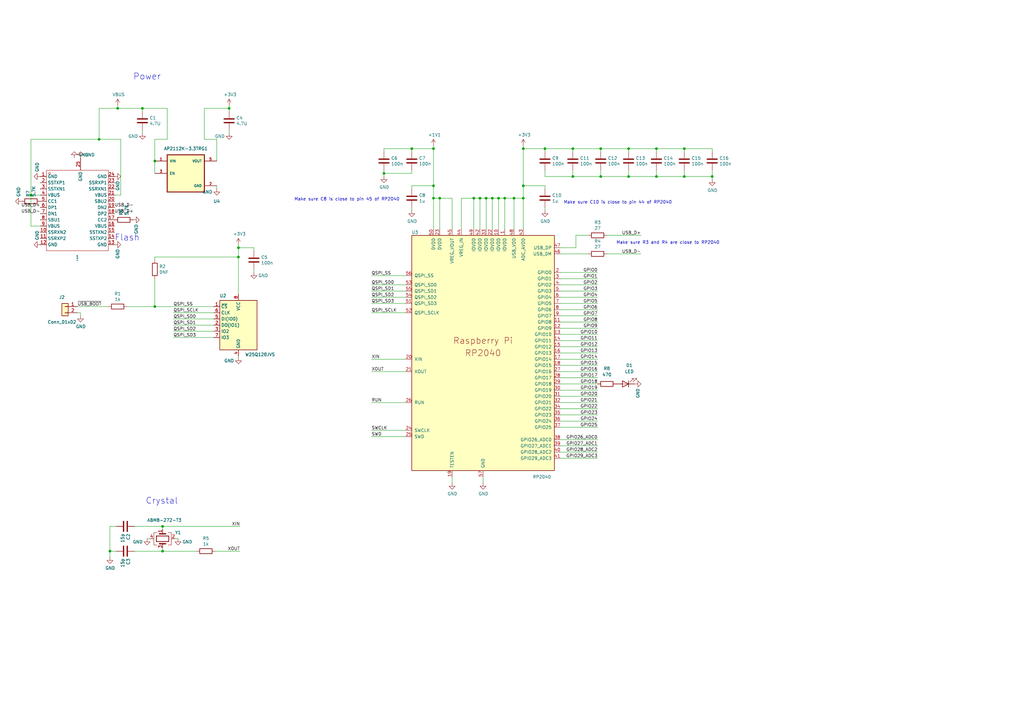
<source format=kicad_sch>
(kicad_sch (version 20250114) (generator "eeschema") (generator_version "9.0")
  (paper "A3")
  (title_block (title "RP2040 Minimal Design Example") (date "2024-01-16") (rev "REV2") (company "Raspberry Pi Ltd"))
  (lib_symbols
    (symbol "AP2112K-3.3TRG1:AP2112K-3.3TRG1" (pin_names (offset 1.016))
      (property "Reference" "U" (at -7.663 8.6476 0))
      (property "Value" "AP2112K-3.3TRG1" (at -7.6489 -11.6507 0))
      (symbol "AP2112K-3.3TRG1_0_0"
        (rectangle (start -7.62 -7.62) (end 7.62 7.62) (stroke (width 0.41)) (fill (type background)))
        (pin power_in line (at -12.7 5.08 0) (length 5.08) (name "VIN") (number "1"))
        (pin input line (at -12.7 0 0) (length 5.08) (name "EN") (number "3"))
        (pin power_in line (at 12.7 5.08 180) (length 5.08) (name "VOUT") (number "5"))
        (pin power_in line (at 12.7 -5.08 180) (length 5.08) (name "GND") (number "2"))
      )
    )
    (symbol "Connector_Generic:Conn_01x02" (pin_names (offset 1.016) (hide yes))
      (property "Reference" "J" (at 0 2.54 0))
      (property "Value" "Conn_01x02" (at 0 -5.08 0))
      (symbol "Conn_01x02_1_1"
        (rectangle (start -1.27 1.27) (end 1.27 -3.81) (stroke (width 0.254)) (fill (type background)))
        (rectangle (start -1.27 0.127) (end 0 -0.127) (stroke (width 0.1524)))
        (rectangle (start -1.27 -2.413) (end 0 -2.667) (stroke (width 0.1524)))
        (pin passive line (at -5.08 0 0) (length 3.81) (name "Pin_1") (number "1"))
        (pin passive line (at -5.08 -2.54 0) (length 3.81) (name "Pin_2") (number "2"))
      )
    )
    (symbol "Device:C" (pin_numbers (hide yes)) (pin_names (offset 0.254))
      (property "Reference" "C" (at 0.635 2.54 0))
      (property "Value" "C" (at 0.635 -2.54 0))
      (symbol "C_0_1"
        (polyline (pts (xy -2.032 0.762) (xy 2.032 0.762)) (stroke (width 0.508)))
        (polyline (pts (xy -2.032 -0.762) (xy 2.032 -0.762)) (stroke (width 0.508)))
      )
      (symbol "C_1_1"
        (pin passive line (at 0 3.81 270) (length 2.794) (name "~") (number "1"))
        (pin passive line (at 0 -3.81 90) (length 2.794) (name "~") (number "2"))
      )
    )
    (symbol "Device:Crystal_GND24" (pin_names (offset 1.016) (hide yes))
      (property "Reference" "Y" (at 3.175 5.08 0))
      (property "Value" "Crystal_GND24" (at 3.175 3.175 0))
      (symbol "Crystal_GND24_0_1"
        (polyline (pts (xy -2.54 2.286) (xy -2.54 3.556) (xy 2.54 3.556) (xy 2.54 2.286)))
        (polyline (pts (xy -2.54 0) (xy -2.032 0)))
        (polyline (pts (xy -2.54 -2.286) (xy -2.54 -3.556) (xy 2.54 -3.556) (xy 2.54 -2.286)))
        (polyline (pts (xy -2.032 -1.27) (xy -2.032 1.27)) (stroke (width 0.508)))
        (rectangle (start -1.143 2.54) (end 1.143 -2.54) (stroke (width 0.3048)))
        (polyline (pts (xy 0 3.556) (xy 0 3.81)))
        (polyline (pts (xy 0 -3.81) (xy 0 -3.556)))
        (polyline (pts (xy 2.032 0) (xy 2.54 0)))
        (polyline (pts (xy 2.032 -1.27) (xy 2.032 1.27)) (stroke (width 0.508)))
      )
      (symbol "Crystal_GND24_1_1"
        (pin passive line (at -3.81 0 0) (length 1.27) (name "1") (number "1"))
        (pin passive line (at 0 5.08 270) (length 1.27) (name "2") (number "2"))
        (pin passive line (at 0 -5.08 90) (length 1.27) (name "4") (number "4"))
        (pin passive line (at 3.81 0 180) (length 1.27) (name "3") (number "3"))
      )
    )
    (symbol "Device:LED" (pin_numbers (hide yes)) (pin_names (offset 1.016) (hide yes))
      (property "Reference" "D" (at 0 2.54 0))
      (property "Value" "LED" (at 0 -2.54 0))
      (symbol "LED_0_1"
        (polyline (pts (xy -3.048 -0.762) (xy -4.572 -2.286) (xy -3.81 -2.286) (xy -4.572 -2.286) (xy -4.572 -1.524)))
        (polyline (pts (xy -1.778 -0.762) (xy -3.302 -2.286) (xy -2.54 -2.286) (xy -3.302 -2.286) (xy -3.302 -1.524)))
        (polyline (pts (xy -1.27 0) (xy 1.27 0)))
        (polyline (pts (xy -1.27 -1.27) (xy -1.27 1.27)) (stroke (width 0.254)))
        (polyline (pts (xy 1.27 -1.27) (xy 1.27 1.27) (xy -1.27 0) (xy 1.27 -1.27)) (stroke (width 0.254)))
      )
      (symbol "LED_1_1"
        (pin passive line (at -3.81 0 0) (length 2.54) (name "K") (number "1"))
        (pin passive line (at 3.81 0 180) (length 2.54) (name "A") (number "2"))
      )
    )
    (symbol "Device:R" (pin_numbers (hide yes)) (pin_names (offset 0))
      (property "Reference" "R" (at 2.032 0 90))
      (property "Value" "R" (at 0 0 90))
      (symbol "R_0_1"
        (rectangle (start -1.016 -2.54) (end 1.016 2.54) (stroke (width 0.254)))
      )
      (symbol "R_1_1"
        (pin passive line (at 0 3.81 270) (length 1.27) (name "~") (number "1"))
        (pin passive line (at 0 -3.81 90) (length 1.27) (name "~") (number "2"))
      )
    )
    (symbol "MCU_RaspberryPi_RP2040:RP2040" (pin_names (offset 1.016))
      (property "Reference" "U" (at -29.21 49.53 0))
      (property "Value" "RP2040" (at 24.13 -49.53 0))
      (symbol "RP2040_0_0"
        (text "Raspberry Pi" (at 0 5.08 0) (effects (font (size 2.54 2.54))))
        (text "RP2040" (at 0 0 0) (effects (font (size 2.54 2.54))))
      )
      (symbol "RP2040_0_1"
        (rectangle (start 29.21 48.26) (end -29.21 -48.26) (stroke (width 0.254)) (fill (type background)))
      )
      (symbol "RP2040_1_1"
        (pin bidirectional line (at -31.75 31.75 0) (length 2.54) (name "QSPI_SS") (number "56"))
        (pin bidirectional line (at -31.75 27.94 0) (length 2.54) (name "QSPI_SD0") (number "53"))
        (pin bidirectional line (at -31.75 25.4 0) (length 2.54) (name "QSPI_SD1") (number "55"))
        (pin bidirectional line (at -31.75 22.86 0) (length 2.54) (name "QSPI_SD2") (number "54"))
        (pin bidirectional line (at -31.75 20.32 0) (length 2.54) (name "QSPI_SD3") (number "51"))
        (pin output line (at -31.75 16.51 0) (length 2.54) (name "QSPI_SCLK") (number "52"))
        (pin input line (at -31.75 -2.54 0) (length 2.54) (name "XIN") (number "20"))
        (pin passive line (at -31.75 -7.62 0) (length 2.54) (name "XOUT") (number "21"))
        (pin input line (at -31.75 -20.32 0) (length 2.54) (name "RUN") (number "26"))
        (pin output line (at -31.75 -31.75 0) (length 2.54) (name "SWCLK") (number "24"))
        (pin bidirectional line (at -31.75 -34.29 0) (length 2.54) (name "SWD") (number "25"))
        (pin power_in line (at -20.32 50.8 270) (length 2.54) (name "DVDD") (number "50"))
        (pin power_in line (at -17.78 50.8 270) (length 2.54) (name "DVDD") (number "23"))
        (pin power_out line (at -12.7 50.8 270) (length 2.54) (name "VREG_VOUT") (number "45"))
        (pin passive line (at -12.7 -50.8 90) (length 2.54) (name "TESTEN") (number "19"))
        (pin power_in line (at -8.89 50.8 270) (length 2.54) (name "VREG_IN") (number "44"))
        (pin power_in line (at -3.81 50.8 270) (length 2.54) (name "IOVDD") (number "49"))
        (pin power_in line (at -1.27 50.8 270) (length 2.54) (name "IOVDD") (number "42"))
        (pin power_in line (at 0 -50.8 90) (length 2.54) (name "GND") (number "57"))
        (pin power_in line (at 1.27 50.8 270) (length 2.54) (name "IOVDD") (number "33"))
        (pin power_in line (at 3.81 50.8 270) (length 2.54) (name "IOVDD") (number "22"))
        (pin power_in line (at 6.35 50.8 270) (length 2.54) (name "IOVDD") (number "10"))
        (pin power_in line (at 8.89 50.8 270) (length 2.54) (name "IOVDD") (number "1"))
        (pin power_in line (at 12.7 50.8 270) (length 2.54) (name "USB_VDD") (number "48"))
        (pin power_in line (at 16.51 50.8 270) (length 2.54) (name "ADC_AVDD") (number "43"))
        (pin bidirectional line (at 31.75 43.18 180) (length 2.54) (name "USB_DP") (number "47"))
        (pin bidirectional line (at 31.75 40.64 180) (length 2.54) (name "USB_DM") (number "46"))
        (pin bidirectional line (at 31.75 33.02 180) (length 2.54) (name "GPIO0") (number "2"))
        (pin bidirectional line (at 31.75 30.48 180) (length 2.54) (name "GPIO1") (number "3"))
        (pin bidirectional line (at 31.75 27.94 180) (length 2.54) (name "GPIO2") (number "4"))
        (pin bidirectional line (at 31.75 25.4 180) (length 2.54) (name "GPIO3") (number "5"))
        (pin bidirectional line (at 31.75 22.86 180) (length 2.54) (name "GPIO4") (number "6"))
        (pin bidirectional line (at 31.75 20.32 180) (length 2.54) (name "GPIO5") (number "7"))
        (pin bidirectional line (at 31.75 17.78 180) (length 2.54) (name "GPIO6") (number "8"))
        (pin bidirectional line (at 31.75 15.24 180) (length 2.54) (name "GPIO7") (number "9"))
        (pin bidirectional line (at 31.75 12.7 180) (length 2.54) (name "GPIO8") (number "11"))
        (pin bidirectional line (at 31.75 10.16 180) (length 2.54) (name "GPIO9") (number "12"))
        (pin bidirectional line (at 31.75 7.62 180) (length 2.54) (name "GPIO10") (number "13"))
        (pin bidirectional line (at 31.75 5.08 180) (length 2.54) (name "GPIO11") (number "14"))
        (pin bidirectional line (at 31.75 2.54 180) (length 2.54) (name "GPIO12") (number "15"))
        (pin bidirectional line (at 31.75 0 180) (length 2.54) (name "GPIO13") (number "16"))
        (pin bidirectional line (at 31.75 -2.54 180) (length 2.54) (name "GPIO14") (number "17"))
        (pin bidirectional line (at 31.75 -5.08 180) (length 2.54) (name "GPIO15") (number "18"))
        (pin bidirectional line (at 31.75 -7.62 180) (length 2.54) (name "GPIO16") (number "27"))
        (pin bidirectional line (at 31.75 -10.16 180) (length 2.54) (name "GPIO17") (number "28"))
        (pin bidirectional line (at 31.75 -12.7 180) (length 2.54) (name "GPIO18") (number "29"))
        (pin bidirectional line (at 31.75 -15.24 180) (length 2.54) (name "GPIO19") (number "30"))
        (pin bidirectional line (at 31.75 -17.78 180) (length 2.54) (name "GPIO20") (number "31"))
        (pin bidirectional line (at 31.75 -20.32 180) (length 2.54) (name "GPIO21") (number "32"))
        (pin bidirectional line (at 31.75 -22.86 180) (length 2.54) (name "GPIO22") (number "34"))
        (pin bidirectional line (at 31.75 -25.4 180) (length 2.54) (name "GPIO23") (number "35"))
        (pin bidirectional line (at 31.75 -27.94 180) (length 2.54) (name "GPIO24") (number "36"))
        (pin bidirectional line (at 31.75 -30.48 180) (length 2.54) (name "GPIO25") (number "37"))
        (pin bidirectional line (at 31.75 -35.56 180) (length 2.54) (name "GPIO26_ADC0") (number "38"))
        (pin bidirectional line (at 31.75 -38.1 180) (length 2.54) (name "GPIO27_ADC1") (number "39"))
        (pin bidirectional line (at 31.75 -40.64 180) (length 2.54) (name "GPIO28_ADC2") (number "40"))
        (pin bidirectional line (at 31.75 -43.18 180) (length 2.54) (name "GPIO29_ADC3") (number "41"))
      )
    )
    (symbol "Memory_Flash:W25Q128JVS"
      (property "Reference" "U" (at -8.89 8.89 0))
      (property "Value" "W25Q128JVS" (at 7.62 8.89 0))
      (symbol "W25Q128JVS_0_1"
        (rectangle (start -7.62 10.16) (end 7.62 -10.16) (stroke (width 0.254)) (fill (type background)))
      )
      (symbol "W25Q128JVS_1_1"
        (pin input line (at -10.16 7.62 0) (length 2.54) (name "~{CS}") (number "1"))
        (pin input line (at -10.16 5.08 0) (length 2.54) (name "CLK") (number "6"))
        (pin bidirectional line (at -10.16 2.54 0) (length 2.54) (name "DI(IO0)") (number "5"))
        (pin bidirectional line (at -10.16 0 0) (length 2.54) (name "DO(IO1)") (number "2"))
        (pin bidirectional line (at -10.16 -2.54 0) (length 2.54) (name "IO2") (number "3"))
        (pin bidirectional line (at -10.16 -5.08 0) (length 2.54) (name "IO3") (number "7"))
        (pin power_in line (at 0 12.7 270) (length 2.54) (name "VCC") (number "8"))
        (pin power_in line (at 0 -12.7 90) (length 2.54) (name "GND") (number "4"))
      )
    )
    (symbol "USB-C:root_0_TYPE-C-31-G-08_"
      (symbol "root_0_TYPE-C-31-G-08__1_0"
        (rectangle (start -13.97 12.7) (end 11.43 -20.32) (stroke (width 0) (color 160 0 0 1)))
        (circle (center -12.7 11.43) (radius 0.381) (stroke (width 0) (color 160 0 0 1)))
        (pin passive line (at -16.51 10.16 0) (length 2.54) (name "GND") (number "1"))
        (pin passive line (at -16.51 7.62 0) (length 2.54) (name "SSTXP1") (number "2"))
        (pin passive line (at -16.51 5.08 0) (length 2.54) (name "SSTXN1") (number "3"))
        (pin passive line (at -16.51 2.54 0) (length 2.54) (name "VBUS") (number "4"))
        (pin passive line (at -16.51 0 0) (length 2.54) (name "CC1") (number "5"))
        (pin passive line (at -16.51 -2.54 0) (length 2.54) (name "DP1") (number "6"))
        (pin passive line (at -16.51 -5.08 0) (length 2.54) (name "DN1") (number "7"))
        (pin passive line (at -16.51 -7.62 0) (length 2.54) (name "SBU1") (number "8"))
        (pin passive line (at -16.51 -10.16 0) (length 2.54) (name "VBUS") (number "9"))
        (pin passive line (at -16.51 -12.7 0) (length 2.54) (name "SSRXN2") (number "10"))
        (pin passive line (at -16.51 -15.24 0) (length 2.54) (name "SSRXP2") (number "11"))
        (pin passive line (at -16.51 -17.78 0) (length 2.54) (name "GND") (number "12"))
        (pin passive line (at 0 17.78 270) (length 5.08) (name "GND") (number "25"))
        (pin passive line (at 13.97 10.16 180) (length 2.54) (name "GND") (number "24"))
        (pin passive line (at 13.97 7.62 180) (length 2.54) (name "SSRXP1") (number "23"))
        (pin passive line (at 13.97 5.08 180) (length 2.54) (name "SSRXN1") (number "22"))
        (pin passive line (at 13.97 2.54 180) (length 2.54) (name "VBUS") (number "21"))
        (pin passive line (at 13.97 0 180) (length 2.54) (name "SBU2") (number "20"))
        (pin passive line (at 13.97 -2.54 180) (length 2.54) (name "DN2") (number "19"))
        (pin passive line (at 13.97 -5.08 180) (length 2.54) (name "DP2") (number "18"))
        (pin passive line (at 13.97 -7.62 180) (length 2.54) (name "CC2") (number "17"))
        (pin passive line (at 13.97 -10.16 180) (length 2.54) (name "VBUS") (number "16"))
        (pin passive line (at 13.97 -12.7 180) (length 2.54) (name "SSTXN2") (number "15"))
        (pin passive line (at 13.97 -15.24 180) (length 2.54) (name "SSTXP2") (number "14"))
        (pin passive line (at 13.97 -17.78 180) (length 2.54) (name "GND") (number "13"))
      )
    )
    (symbol "power:+1V1" (power) (pin_names (offset 0))
      (property "Value" "+1V1" (at 0 3.556 0))
      (symbol "+1V1_0_1"
        (polyline (pts (xy -0.762 1.27) (xy 0 2.54)))
        (polyline (pts (xy 0 2.54) (xy 0.762 1.27)))
        (polyline (pts (xy 0 0) (xy 0 2.54)))
      )
      (symbol "+1V1_1_1"
        (pin power_in line (at 0 0 90) (length 0) (hide yes) (name "+1V1") (number "1"))
      )
    )
    (symbol "power:+3V3" (power) (pin_names (offset 0))
      (property "Value" "+3V3" (at 0 3.556 0))
      (symbol "+3V3_0_1"
        (polyline (pts (xy -0.762 1.27) (xy 0 2.54)))
        (polyline (pts (xy 0 2.54) (xy 0.762 1.27)))
        (polyline (pts (xy 0 0) (xy 0 2.54)))
      )
      (symbol "+3V3_1_1"
        (pin power_in line (at 0 0 90) (length 0) (hide yes) (name "+3V3") (number "1"))
      )
    )
    (symbol "power:GND" (power) (pin_names (offset 0))
      (property "Value" "GND" (at 0 -3.81 0))
      (symbol "GND_0_1"
        (polyline (pts (xy 0 0) (xy 0 -1.27) (xy 1.27 -1.27) (xy 0 -2.54) (xy -1.27 -1.27) (xy 0 -1.27)))
      )
      (symbol "GND_1_1"
        (pin power_in line (at 0 0 270) (length 0) (hide yes) (name "GND") (number "1"))
      )
    )
    (symbol "power:VBUS" (power) (pin_names (offset 0))
      (property "Value" "VBUS" (at 0 3.81 0))
      (symbol "VBUS_0_1"
        (polyline (pts (xy -0.762 1.27) (xy 0 2.54)))
        (polyline (pts (xy 0 2.54) (xy 0.762 1.27)))
        (polyline (pts (xy 0 0) (xy 0 2.54)))
      )
      (symbol "VBUS_1_1"
        (pin power_in line (at 0 0 90) (length 0) (hide yes) (name "VBUS") (number "1"))
      )
    )
  )
  (text "Power" (at 54.61 33.02 0) (effects (font (size 2.54 2.54)) (justify left bottom)))
  (text "Crystal" (at 59.69 207.01 0) (effects (font (size 2.54 2.54)) (justify left bottom)))
  (text "Make sure C8 is close to pin 45 of RP2040" (at 120.65 82.55 0) (effects (font (size 1.27 1.27)) (justify left bottom)))
  (text "Make sure C10 is close to pin 44 of RP2040" (at 231.14 83.82 0) (effects (font (size 1.27 1.27)) (justify left bottom)))
  (text "Make sure R3 and R4 are close to RP2040" (at 252.73 100.33 0) (effects (font (size 1.27 1.27)) (justify left bottom)))
  (text "Flash" (at 46.99 99.06 0) (effects (font (size 2.54 2.54)) (justify left bottom)))
  (junction (at 201.93 81.28))
  (junction (at 199.39 81.28))
  (junction (at 97.79 105.41))
  (junction (at 63.5 66.04))
  (junction (at 177.8 76.2))
  (junction (at 214.63 76.2))
  (junction (at 168.91 60.96))
  (junction (at 12.7 80.01))
  (junction (at 45.085 226.06))
  (junction (at 223.52 60.96))
  (junction (at 246.38 72.39))
  (junction (at 257.81 60.96))
  (junction (at 66.675 215.9))
  (junction (at 246.38 60.96))
  (junction (at 177.8 81.28))
  (junction (at 180.34 81.28))
  (junction (at 204.47 81.28))
  (junction (at 157.48 71.12))
  (junction (at 93.98 44.45))
  (junction (at 280.67 60.96))
  (junction (at 292.1 72.39))
  (junction (at 66.675 226.06))
  (junction (at 48.26 44.45))
  (junction (at 257.81 72.39))
  (junction (at 97.79 101.6))
  (junction (at 177.8 60.96))
  (junction (at 234.95 72.39))
  (junction (at 269.24 72.39))
  (junction (at 58.42 44.45))
  (junction (at 207.01 81.28))
  (junction (at 214.63 81.28))
  (junction (at 63.5 125.73))
  (junction (at 196.85 81.28))
  (junction (at 214.63 60.96))
  (junction (at 40.64 57.15))
  (junction (at 194.31 81.28))
  (junction (at 269.24 60.96))
  (junction (at 280.67 72.39))
  (junction (at 210.82 81.28))
  (junction (at 234.95 60.96))
  (wire (pts (xy 177.8 81.28) (xy 177.8 93.98)))
  (wire (pts (xy 229.87 137.16) (xy 245.11 137.16)))
  (wire (pts (xy 157.48 71.12) (xy 168.91 71.12)))
  (wire (pts (xy 236.22 96.52) (xy 236.22 101.6)))
  (wire (pts (xy 48.26 44.45) (xy 58.42 44.45)))
  (wire (pts (xy 246.38 60.96) (xy 257.81 60.96)))
  (wire (pts (xy 207.01 81.28) (xy 210.82 81.28)))
  (wire (pts (xy 87.63 138.43) (xy 71.12 138.43)))
  (wire (pts (xy 246.38 62.23) (xy 246.38 60.96)))
  (wire (pts (xy 177.8 59.69) (xy 177.8 60.96)))
  (wire (pts (xy 229.87 149.86) (xy 245.11 149.86)))
  (wire (pts (xy 97.79 101.6) (xy 97.79 105.41)))
  (wire (pts (xy 58.42 53.34) (xy 58.42 54.61)))
  (wire (pts (xy 229.87 175.26) (xy 245.11 175.26)))
  (wire (pts (xy 194.31 81.28) (xy 196.85 81.28)))
  (wire (pts (xy 229.87 170.18) (xy 245.11 170.18)))
  (wire (pts (xy 48.26 43.18) (xy 48.26 44.45)))
  (wire (pts (xy 229.87 104.14) (xy 241.3 104.14)))
  (wire (pts (xy 49.53 57.15) (xy 49.53 80.01)))
  (wire (pts (xy 229.87 111.76) (xy 245.11 111.76)))
  (wire (pts (xy 71.12 128.27) (xy 87.63 128.27)))
  (wire (pts (xy 83.82 57.15) (xy 88.9 57.15)))
  (wire (pts (xy 97.79 100.33) (xy 97.79 101.6)))
  (wire (pts (xy 248.92 96.52) (xy 262.89 96.52)))
  (wire (pts (xy 185.42 93.98) (xy 185.42 81.28)))
  (wire (pts (xy 246.38 69.85) (xy 246.38 72.39)))
  (wire (pts (xy 229.87 116.84) (xy 245.11 116.84)))
  (wire (pts (xy 58.42 45.72) (xy 58.42 44.45)))
  (wire (pts (xy 177.8 76.2) (xy 177.8 81.28)))
  (wire (pts (xy 60.325 220.98) (xy 61.595 220.98)))
  (wire (pts (xy 189.23 81.28) (xy 194.31 81.28)))
  (wire (pts (xy 157.48 60.96) (xy 168.91 60.96)))
  (wire (pts (xy 229.87 185.42) (xy 245.11 185.42)))
  (wire (pts (xy 63.5 114.3) (xy 63.5 125.73)))
  (wire (pts (xy 40.64 44.45) (xy 40.64 57.15)))
  (wire (pts (xy 157.48 69.85) (xy 157.48 71.12)))
  (wire (pts (xy 71.755 220.98) (xy 73.025 220.98)))
  (wire (pts (xy 152.4 124.46) (xy 166.37 124.46)))
  (wire (pts (xy 55.245 215.9) (xy 66.675 215.9)))
  (wire (pts (xy 12.7 80.01) (xy 12.7 92.71)))
  (wire (pts (xy 68.58 57.15) (xy 63.5 57.15)))
  (wire (pts (xy 93.98 45.72) (xy 93.98 44.45)))
  (wire (pts (xy 214.63 81.28) (xy 214.63 93.98)))
  (wire (pts (xy 168.91 60.96) (xy 177.8 60.96)))
  (wire (pts (xy 44.45 125.73) (xy 31.75 125.73)))
  (wire (pts (xy 214.63 76.2) (xy 223.52 76.2)))
  (wire (pts (xy 97.79 146.685) (xy 97.79 146.05)))
  (wire (pts (xy 199.39 93.98) (xy 199.39 81.28)))
  (wire (pts (xy 177.8 60.96) (xy 177.8 76.2)))
  (wire (pts (xy 210.82 81.28) (xy 214.63 81.28)))
  (wire (pts (xy 152.4 119.38) (xy 166.37 119.38)))
  (wire (pts (xy 166.37 165.1) (xy 152.4 165.1)))
  (wire (pts (xy 269.24 62.23) (xy 269.24 60.96)))
  (wire (pts (xy 196.85 81.28) (xy 199.39 81.28)))
  (wire (pts (xy 87.63 133.35) (xy 71.12 133.35)))
  (wire (pts (xy 12.7 92.71) (xy 16.51 92.71)))
  (wire (pts (xy 223.52 62.23) (xy 223.52 60.96)))
  (wire (pts (xy 214.63 60.96) (xy 223.52 60.96)))
  (wire (pts (xy 104.14 101.6) (xy 97.79 101.6)))
  (wire (pts (xy 207.01 81.28) (xy 207.01 93.98)))
  (wire (pts (xy 196.85 93.98) (xy 196.85 81.28)))
  (wire (pts (xy 66.675 224.79) (xy 66.675 226.06)))
  (wire (pts (xy 45.085 226.06) (xy 45.085 228.6)))
  (wire (pts (xy 229.87 101.6) (xy 236.22 101.6)))
  (wire (pts (xy 214.63 60.96) (xy 214.63 76.2)))
  (wire (pts (xy 88.9 76.2) (xy 88.9 77.47)))
  (wire (pts (xy 166.37 152.4) (xy 152.4 152.4)))
  (wire (pts (xy 166.37 113.03) (xy 152.4 113.03)))
  (wire (pts (xy 269.24 60.96) (xy 280.67 60.96)))
  (wire (pts (xy 292.1 69.85) (xy 292.1 72.39)))
  (wire (pts (xy 40.64 57.15) (xy 12.7 57.15)))
  (wire (pts (xy 88.265 226.06) (xy 98.425 226.06)))
  (wire (pts (xy 83.82 44.45) (xy 93.98 44.45)))
  (wire (pts (xy 229.87 147.32) (xy 245.11 147.32)))
  (wire (pts (xy 229.87 127) (xy 245.11 127)))
  (wire (pts (xy 168.91 71.12) (xy 168.91 69.85)))
  (wire (pts (xy 234.95 62.23) (xy 234.95 60.96)))
  (wire (pts (xy 234.95 72.39) (xy 223.52 72.39)))
  (wire (pts (xy 229.87 180.34) (xy 245.11 180.34)))
  (wire (pts (xy 214.63 76.2) (xy 214.63 81.28)))
  (wire (pts (xy 214.63 59.69) (xy 214.63 60.96)))
  (wire (pts (xy 229.87 129.54) (xy 245.11 129.54)))
  (wire (pts (xy 168.91 77.47) (xy 168.91 76.2)))
  (wire (pts (xy 87.63 135.89) (xy 71.12 135.89)))
  (wire (pts (xy 31.75 128.27) (xy 33.02 128.27)))
  (wire (pts (xy 234.95 60.96) (xy 246.38 60.96)))
  (wire (pts (xy 52.07 125.73) (xy 63.5 125.73)))
  (wire (pts (xy 229.87 187.96) (xy 245.11 187.96)))
  (wire (pts (xy 63.5 66.04) (xy 63.5 71.12)))
  (wire (pts (xy 234.95 69.85) (xy 234.95 72.39)))
  (wire (pts (xy 180.34 93.98) (xy 180.34 81.28)))
  (wire (pts (xy 12.7 80.01) (xy 16.51 80.01)))
  (wire (pts (xy 280.67 72.39) (xy 292.1 72.39)))
  (wire (pts (xy 68.58 44.45) (xy 58.42 44.45)))
  (wire (pts (xy 269.24 69.85) (xy 269.24 72.39)))
  (wire (pts (xy 223.52 60.96) (xy 234.95 60.96)))
  (wire (pts (xy 223.52 85.09) (xy 223.52 86.36)))
  (wire (pts (xy 229.87 132.08) (xy 245.11 132.08)))
  (wire (pts (xy 204.47 93.98) (xy 204.47 81.28)))
  (wire (pts (xy 55.245 226.06) (xy 66.675 226.06)))
  (wire (pts (xy 47.625 226.06) (xy 45.085 226.06)))
  (wire (pts (xy 66.675 226.06) (xy 80.645 226.06)))
  (wire (pts (xy 63.5 57.15) (xy 63.5 66.04)))
  (wire (pts (xy 229.87 119.38) (xy 245.11 119.38)))
  (wire (pts (xy 292.1 62.23) (xy 292.1 60.96)))
  (wire (pts (xy 166.37 179.07) (xy 152.4 179.07)))
  (wire (pts (xy 199.39 81.28) (xy 201.93 81.28)))
  (wire (pts (xy 292.1 72.39) (xy 292.1 73.66)))
  (wire (pts (xy 229.87 157.48) (xy 245.11 157.48)))
  (wire (pts (xy 166.37 128.27) (xy 152.4 128.27)))
  (wire (pts (xy 198.12 195.58) (xy 198.12 198.12)))
  (wire (pts (xy 12.7 57.15) (xy 12.7 80.01)))
  (wire (pts (xy 168.91 76.2) (xy 177.8 76.2)))
  (wire (pts (xy 229.87 154.94) (xy 245.11 154.94)))
  (wire (pts (xy 87.63 130.81) (xy 71.12 130.81)))
  (wire (pts (xy 246.38 72.39) (xy 234.95 72.39)))
  (wire (pts (xy 223.52 69.85) (xy 223.52 72.39)))
  (wire (pts (xy 185.42 195.58) (xy 185.42 198.12)))
  (wire (pts (xy 229.87 160.02) (xy 245.11 160.02)))
  (wire (pts (xy 40.64 57.15) (xy 49.53 57.15)))
  (wire (pts (xy 47.625 215.9) (xy 45.085 215.9)))
  (wire (pts (xy 229.87 139.7) (xy 245.11 139.7)))
  (wire (pts (xy 229.87 165.1) (xy 245.11 165.1)))
  (wire (pts (xy 180.34 81.28) (xy 177.8 81.28)))
  (wire (pts (xy 248.92 104.14) (xy 262.89 104.14)))
  (wire (pts (xy 229.87 144.78) (xy 245.11 144.78)))
  (wire (pts (xy 280.67 72.39) (xy 269.24 72.39)))
  (wire (pts (xy 45.085 215.9) (xy 45.085 226.06)))
  (wire (pts (xy 66.675 217.17) (xy 66.675 215.9)))
  (wire (pts (xy 152.4 116.84) (xy 166.37 116.84)))
  (wire (pts (xy 201.93 81.28) (xy 204.47 81.28)))
  (wire (pts (xy 229.87 134.62) (xy 245.11 134.62)))
  (wire (pts (xy 229.87 152.4) (xy 245.11 152.4)))
  (wire (pts (xy 157.48 62.23) (xy 157.48 60.96)))
  (wire (pts (xy 236.22 96.52) (xy 241.3 96.52)))
  (wire (pts (xy 104.14 110.49) (xy 104.14 111.76)))
  (wire (pts (xy 157.48 71.12) (xy 157.48 72.39)))
  (wire (pts (xy 280.67 69.85) (xy 280.67 72.39)))
  (wire (pts (xy 152.4 147.32) (xy 166.37 147.32)))
  (wire (pts (xy 229.87 142.24) (xy 245.11 142.24)))
  (wire (pts (xy 257.81 60.96) (xy 269.24 60.96)))
  (wire (pts (xy 223.52 77.47) (xy 223.52 76.2)))
  (wire (pts (xy 152.4 121.92) (xy 166.37 121.92)))
  (wire (pts (xy 68.58 44.45) (xy 68.58 57.15)))
  (wire (pts (xy 229.87 124.46) (xy 245.11 124.46)))
  (wire (pts (xy 229.87 167.64) (xy 245.11 167.64)))
  (wire (pts (xy 229.87 114.3) (xy 245.11 114.3)))
  (wire (pts (xy 257.81 72.39) (xy 246.38 72.39)))
  (wire (pts (xy 104.14 102.87) (xy 104.14 101.6)))
  (wire (pts (xy 269.24 72.39) (xy 257.81 72.39)))
  (wire (pts (xy 88.9 57.15) (xy 88.9 66.04)))
  (wire (pts (xy 204.47 81.28) (xy 207.01 81.28)))
  (wire (pts (xy 63.5 125.73) (xy 87.63 125.73)))
  (wire (pts (xy 194.31 93.98) (xy 194.31 81.28)))
  (wire (pts (xy 40.64 44.45) (xy 48.26 44.45)))
  (wire (pts (xy 83.82 44.45) (xy 83.82 57.15)))
  (wire (pts (xy 201.93 93.98) (xy 201.93 81.28)))
  (wire (pts (xy 168.91 62.23) (xy 168.91 60.96)))
  (wire (pts (xy 185.42 81.28) (xy 180.34 81.28)))
  (wire (pts (xy 280.67 60.96) (xy 292.1 60.96)))
  (wire (pts (xy 280.67 62.23) (xy 280.67 60.96)))
  (wire (pts (xy 257.81 69.85) (xy 257.81 72.39)))
  (wire (pts (xy 229.87 162.56) (xy 245.11 162.56)))
  (wire (pts (xy 229.87 172.72) (xy 245.11 172.72)))
  (wire (pts (xy 210.82 93.98) (xy 210.82 81.28)))
  (wire (pts (xy 49.53 80.01) (xy 46.99 80.01)))
  (wire (pts (xy 257.81 62.23) (xy 257.81 60.96)))
  (wire (pts (xy 166.37 176.53) (xy 152.4 176.53)))
  (wire (pts (xy 189.23 93.98) (xy 189.23 81.28)))
  (wire (pts (xy 168.91 85.09) (xy 168.91 86.36)))
  (wire (pts (xy 93.98 53.34) (xy 93.98 54.61)))
  (wire (pts (xy 63.5 106.68) (xy 63.5 105.41)))
  (wire (pts (xy 63.5 105.41) (xy 97.79 105.41)))
  (wire (pts (xy 93.98 44.45) (xy 93.98 43.18)))
  (wire (pts (xy 229.87 182.88) (xy 245.11 182.88)))
  (wire (pts (xy 229.87 121.92) (xy 245.11 121.92)))
  (wire (pts (xy 33.02 128.27) (xy 33.02 129.54)))
  (wire (pts (xy 97.79 105.41) (xy 97.79 120.65)))
  (wire (pts (xy 66.675 215.9) (xy 98.425 215.9)))
  (label "XOUT" (at 98.425 226.06 180))
  (label "USB_D-" (at 46.99 85.09 0))
  (label "QSPI_SS" (at 71.12 125.73 0))
  (label "QSPI_SD3" (at 71.12 138.43 0))
  (label "QSPI_SD2" (at 152.4 121.92 0))
  (label "USB_D-" (at 262.89 104.14 180))
  (label "GPIO4" (at 245.11 121.92 180))
  (label "USB_D+" (at 46.99 87.63 0))
  (label "RUN" (at 152.4 165.1 0))
  (label "XOUT" (at 152.4 152.4 0))
  (label "GPIO29_ADC3" (at 245.11 187.96 180))
  (label "QSPI_SD1" (at 152.4 119.38 0))
  (label "GPIO13" (at 245.11 144.78 180))
  (label "USB_D+" (at 16.51 85.09 180))
  (label "GPIO6" (at 245.11 127 180))
  (label "USB_D+" (at 262.89 96.52 180))
  (label "SWD" (at 152.4 179.07 0))
  (label "GPIO20" (at 245.11 162.56 180))
  (label "QSPI_SD1" (at 71.12 133.35 0))
  (label "QSPI_SD3" (at 152.4 124.46 0))
  (label "GPIO18" (at 245.11 157.48 180))
  (label "GPIO25" (at 245.11 175.26 180))
  (label "GPIO0" (at 245.11 111.76 180))
  (label "USB_D-" (at 16.51 87.63 180))
  (label "GPIO21" (at 245.11 165.1 180))
  (label "GPIO11" (at 245.11 139.7 180))
  (label "GPIO27_ADC1" (at 245.11 182.88 180))
  (label "GPIO1" (at 245.11 114.3 180))
  (label "XIN" (at 98.425 215.9 180))
  (label "GPIO14" (at 245.11 147.32 180))
  (label "GPIO3" (at 245.11 119.38 180))
  (label "GPIO10" (at 245.11 137.16 180))
  (label "GPIO23" (at 245.11 170.18 180))
  (label "SWCLK" (at 152.4 176.53 0))
  (label "QSPI_SCLK" (at 152.4 128.27 0))
  (label "QSPI_SD0" (at 152.4 116.84 0))
  (label "GPIO17" (at 245.11 154.94 180))
  (label "GPIO2" (at 245.11 116.84 180))
  (label "GPIO9" (at 245.11 134.62 180))
  (label "GPIO15" (at 245.11 149.86 180))
  (label "GPIO12" (at 245.11 142.24 180))
  (label "GPIO24" (at 245.11 172.72 180))
  (label "GPIO5" (at 245.11 124.46 180))
  (label "GPIO22" (at 245.11 167.64 180))
  (label "GPIO19" (at 245.11 160.02 180))
  (label "QSPI_SS" (at 152.4 113.03 0))
  (label "QSPI_SD2" (at 71.12 135.89 0))
  (label "QSPI_SD0" (at 71.12 130.81 0))
  (label "QSPI_SCLK" (at 71.12 128.27 0))
  (label "~{USB_BOOT}" (at 31.75 125.73 0))
  (label "GPIO26_ADC0" (at 245.11 180.34 180))
  (label "GPIO28_ADC2" (at 245.11 185.42 180))
  (label "GPIO16" (at 245.11 152.4 180))
  (label "GPIO8" (at 245.11 132.08 180))
  (label "XIN" (at 152.4 147.32 0))
  (label "GPIO7" (at 245.11 129.54 180))
  (symbol (lib_id "MCU_RaspberryPi_RP2040:RP2040") (at 198.12 144.78 0) (unit 1)
    (property "Reference" "U3" (at 170.18 95.25 0))
    (property "Value" "RP2040" (at 222.25 195.58 0))
    (property "Footprint" "RP2040_minimal:RP2040-QFN-56" (effects (hide yes)))
  )
  (symbol (lib_id "Memory_Flash:W25Q128JVS") (at 97.79 133.35 0) (unit 1)
    (property "Reference" "U2" (at 91.44 121.285 0))
    (property "Value" "W25Q128JVS" (at 106.68 145.415 0))
    (property "Footprint" "Package_SON:Winbond_USON-8-1EP_3x2mm_P0.5mm_EP0.2x1.6mm" (effects (hide yes)))
    (property "Datasheet" "http://www.winbond.com/resource-files/w25q128jv_dtr%20revc%2003272018%20plus.pdf" (effects (hide yes)))
  )
  (symbol (lib_id "power:+3V3") (at 97.79 100.33 0) (unit 1)
    (property "Reference" "#PWR07" (effects (hide yes)))
    (property "Value" "+3V3" (at 98.171 95.9358 0))
  )
  (symbol (lib_id "power:GND") (at 97.79 146.685 0) (unit 1)
    (property "Reference" "#PWR08" (effects (hide yes)))
    (property "Value" "GND" (at 93.98 147.955 0))
  )
  (symbol (lib_id "Device:R") (at 63.5 110.49 0) (unit 1)
    (property "Reference" "R2" (at 65.278 109.3216 0) (effects (justify left)))
    (property "Value" "DNF" (at 65.278 111.633 0) (effects (justify left)))
    (property "Footprint" "Resistor_SMD:R_0402_1005Metric" (effects (hide yes)))
  )
  (symbol (lib_id "Device:R") (at 48.26 125.73 270) (unit 1)
    (property "Reference" "R1" (at 48.26 120.4722 90))
    (property "Value" "1k" (at 48.26 122.7836 90))
    (property "Footprint" "Resistor_SMD:R_0402_1005Metric" (effects (hide yes)))
  )
  (symbol (lib_id "Device:C") (at 104.14 106.68 0) (unit 1)
    (property "Reference" "C5" (at 107.061 105.5116 0) (effects (justify left)))
    (property "Value" "100n" (at 107.061 107.823 0) (effects (justify left)))
    (property "Footprint" "Capacitor_SMD:C_0402_1005Metric" (effects (hide yes)))
  )
  (symbol (lib_id "power:GND") (at 104.14 111.76 0) (unit 1)
    (property "Reference" "#PWR011" (effects (hide yes)))
    (property "Value" "GND" (at 107.95 113.03 0))
  )
  (symbol (lib_id "power:GND") (at 198.12 198.12 0) (unit 1)
    (property "Reference" "#PWR016" (effects (hide yes)))
    (property "Value" "GND" (at 198.247 202.5142 0))
  )
  (symbol (lib_id "power:GND") (at 185.42 198.12 0) (unit 1)
    (property "Reference" "#PWR015" (effects (hide yes)))
    (property "Value" "GND" (at 185.547 202.5142 0))
  )
  (symbol (lib_id "Device:R") (at 245.11 96.52 270) (unit 1)
    (property "Reference" "R3" (at 245.11 91.2622 90))
    (property "Value" "27" (at 245.11 93.5736 90))
    (property "Footprint" "Resistor_SMD:R_0402_1005Metric" (effects (hide yes)))
  )
  (symbol (lib_id "Device:R") (at 245.11 104.14 270) (unit 1)
    (property "Reference" "R4" (at 245.11 98.8822 90))
    (property "Value" "27" (at 245.11 101.1936 90))
    (property "Footprint" "Resistor_SMD:R_0402_1005Metric" (effects (hide yes)))
  )
  (symbol (lib_id "power:+3V3") (at 214.63 59.69 0) (unit 1)
    (property "Reference" "#PWR017" (effects (hide yes)))
    (property "Value" "+3V3" (at 215.011 55.2958 0))
  )
  (symbol (lib_id "power:+1V1") (at 177.8 59.69 0) (unit 1)
    (property "Reference" "#PWR014" (effects (hide yes)))
    (property "Value" "+1V1" (at 178.181 55.2958 0))
  )
  (symbol (lib_id "Device:C") (at 223.52 66.04 0) (unit 1)
    (property "Reference" "C9" (at 226.441 64.8716 0) (effects (justify left)))
    (property "Value" "100n" (at 226.441 67.183 0) (effects (justify left)))
    (property "Footprint" "Capacitor_SMD:C_0402_1005Metric" (effects (hide yes)))
  )
  (symbol (lib_id "Device:C") (at 234.95 66.04 0) (unit 1)
    (property "Reference" "C11" (at 237.871 64.8716 0) (effects (justify left)))
    (property "Value" "100n" (at 237.871 67.183 0) (effects (justify left)))
    (property "Footprint" "Capacitor_SMD:C_0402_1005Metric" (effects (hide yes)))
  )
  (symbol (lib_id "Device:C") (at 246.38 66.04 0) (unit 1)
    (property "Reference" "C12" (at 249.301 64.8716 0) (effects (justify left)))
    (property "Value" "100n" (at 249.301 67.183 0) (effects (justify left)))
    (property "Footprint" "Capacitor_SMD:C_0402_1005Metric" (effects (hide yes)))
  )
  (symbol (lib_id "Device:C") (at 257.81 66.04 0) (unit 1)
    (property "Reference" "C13" (at 260.731 64.8716 0) (effects (justify left)))
    (property "Value" "100n" (at 260.731 67.183 0) (effects (justify left)))
    (property "Footprint" "Capacitor_SMD:C_0402_1005Metric" (effects (hide yes)))
  )
  (symbol (lib_id "Device:C") (at 269.24 66.04 0) (unit 1)
    (property "Reference" "C14" (at 272.161 64.8716 0) (effects (justify left)))
    (property "Value" "100n" (at 272.161 67.183 0) (effects (justify left)))
    (property "Footprint" "Capacitor_SMD:C_0402_1005Metric" (effects (hide yes)))
  )
  (symbol (lib_id "Device:C") (at 280.67 66.04 0) (unit 1)
    (property "Reference" "C15" (at 283.591 64.8716 0) (effects (justify left)))
    (property "Value" "100n" (at 283.591 67.183 0) (effects (justify left)))
    (property "Footprint" "Capacitor_SMD:C_0402_1005Metric" (effects (hide yes)))
  )
  (symbol (lib_id "Device:C") (at 292.1 66.04 0) (unit 1)
    (property "Reference" "C16" (at 295.021 64.8716 0) (effects (justify left)))
    (property "Value" "100n" (at 295.021 67.183 0) (effects (justify left)))
    (property "Footprint" "Capacitor_SMD:C_0402_1005Metric" (effects (hide yes)))
  )
  (symbol (lib_id "Device:C") (at 157.48 66.04 0) (unit 1)
    (property "Reference" "C6" (at 160.401 64.8716 0) (effects (justify left)))
    (property "Value" "100n" (at 160.401 67.183 0) (effects (justify left)))
    (property "Footprint" "Capacitor_SMD:C_0402_1005Metric" (effects (hide yes)))
  )
  (symbol (lib_id "Device:C") (at 168.91 66.04 0) (unit 1)
    (property "Reference" "C7" (at 171.831 64.8716 0) (effects (justify left)))
    (property "Value" "100n" (at 171.831 67.183 0) (effects (justify left)))
    (property "Footprint" "Capacitor_SMD:C_0402_1005Metric" (effects (hide yes)))
  )
  (symbol (lib_id "Device:C") (at 168.91 81.28 0) (unit 1)
    (property "Reference" "C8" (at 171.831 80.1116 0) (effects (justify left)))
    (property "Value" "1u" (at 171.831 82.423 0) (effects (justify left)))
    (property "Footprint" "Capacitor_SMD:C_0402_1005Metric" (effects (hide yes)))
  )
  (symbol (lib_id "Device:C") (at 223.52 81.28 0) (unit 1)
    (property "Reference" "C10" (at 226.441 80.1116 0) (effects (justify left)))
    (property "Value" "1u" (at 226.441 82.423 0) (effects (justify left)))
    (property "Footprint" "Capacitor_SMD:C_0402_1005Metric" (effects (hide yes)))
  )
  (symbol (lib_id "power:GND") (at 292.1 73.66 0) (unit 1)
    (property "Reference" "#PWR023" (effects (hide yes)))
    (property "Value" "GND" (at 292.227 78.0542 0))
  )
  (symbol (lib_id "power:GND") (at 157.48 72.39 0) (unit 1)
    (property "Reference" "#PWR012" (effects (hide yes)))
    (property "Value" "GND" (at 157.607 76.7842 0))
  )
  (symbol (lib_id "power:GND") (at 168.91 86.36 0) (unit 1)
    (property "Reference" "#PWR013" (effects (hide yes)))
    (property "Value" "GND" (at 169.037 90.7542 0))
  )
  (symbol (lib_id "power:GND") (at 223.52 86.36 0) (unit 1)
    (property "Reference" "#PWR018" (effects (hide yes)))
    (property "Value" "GND" (at 223.647 90.7542 0))
  )
  (symbol (lib_id "power:VBUS") (at 48.26 43.18 0) (unit 1)
    (property "Reference" "#PWR03" (effects (hide yes)))
    (property "Value" "VBUS" (at 48.641 38.7858 0))
  )
  (symbol (lib_id "power:GND") (at 88.9 77.47 0) (unit 1)
    (property "Reference" "#PWR05" (effects (hide yes)))
    (property "Value" "GND" (at 85.09 78.74 0))
  )
  (symbol (lib_id "power:+3V3") (at 93.98 43.18 0) (unit 1)
    (property "Reference" "#PWR09" (effects (hide yes)))
    (property "Value" "+3V3" (at 94.361 38.7858 0))
  )
  (symbol (lib_id "Device:C") (at 58.42 49.53 0) (unit 1)
    (property "Reference" "C1" (at 61.341 48.3616 0) (effects (justify left)))
    (property "Value" "4.7U" (at 61.341 50.673 0) (effects (justify left)))
    (property "Footprint" "Capacitor_SMD:C_0402_1005Metric" (effects (hide yes)))
  )
  (symbol (lib_id "Device:C") (at 93.98 49.53 0) (unit 1)
    (property "Reference" "C4" (at 96.901 48.3616 0) (effects (justify left)))
    (property "Value" "4.7U" (at 96.901 50.673 0) (effects (justify left)))
    (property "Footprint" "Capacitor_SMD:C_0402_1005Metric" (effects (hide yes)))
  )
  (symbol (lib_id "power:GND") (at 58.42 54.61 0) (unit 1)
    (property "Reference" "#PWR04" (effects (hide yes)))
    (property "Value" "GND" (at 54.61 55.88 0))
  )
  (symbol (lib_id "power:GND") (at 93.98 54.61 0) (unit 1)
    (property "Reference" "#PWR010" (effects (hide yes)))
    (property "Value" "GND" (at 90.17 55.88 0))
  )
  (symbol (lib_id "Connector_Generic:Conn_01x02") (at 26.67 125.73 0) (mirror y) (unit 1)
    (property "Reference" "J2" (at 25.4 121.92 0))
    (property "Value" "Conn_01x02" (at 25.4 132.08 0))
    (property "Footprint" "Connector_PinHeader_2.54mm:PinHeader_1x02_P2.54mm_Vertical" (effects (hide yes)))
  )
  (symbol (lib_id "power:GND") (at 33.02 129.54 0) (unit 1)
    (property "Reference" "#PWR02" (effects (hide yes)))
    (property "Value" "GND" (at 33.147 133.9342 0))
  )
  (symbol (lib_id "USB-C:root_0_TYPE-C-31-G-08_") (at 33.02 82.55 0) (unit 1)
    (property "Reference" "1" (at 31.75 105.41 0))
    (property "Value" "~" (at 31.75 106.68 0))
    (property "Footprint" "USB-C:USB-C-SMD_TYPE-C-31-G-08" (effects (hide yes)))
  )
  (symbol (lib_id "power:GND") (at 30.48 64.77 180) (unit 1)
    (property "Reference" "#PWR028" (effects (hide yes)))
    (property "Value" "GND" (at 34.29 63.5 0))
  )
  (symbol (lib_id "power:GND") (at 54.61 90.17 90) (unit 1)
    (property "Reference" "#PWR019" (effects (hide yes)))
    (property "Value" "GND" (at 55.88 93.98 0))
  )
  (symbol (lib_id "Device:Crystal_GND24") (at 66.675 220.98 270) (unit 1)
    (property "Reference" "Y1" (at 71.755 218.44 90) (effects (justify left)))
    (property "Value" "ABM8-272-T3" (at 60.325 213.36 90) (effects (justify left)))
    (property "Footprint" "Crystal:Crystal_SMD_3225-4Pin_3.2x2.5mm" (effects (hide yes)))
  )
  (symbol (lib_id "power:GND") (at 73.025 220.98 0) (unit 1)
    (property "Reference" "#PWR027" (effects (hide yes)))
    (property "Value" "GND" (at 76.835 222.25 0))
  )
  (symbol (lib_id "power:GND") (at 260.35 157.48 90) (unit 1)
    (property "Reference" "#PWR021" (effects (hide yes)))
    (property "Value" "GND" (at 261.62 161.29 0))
  )
  (symbol (lib_id "power:GND") (at 33.02 64.77 180) (unit 1)
    (property "Reference" "#PWR025" (effects (hide yes)))
    (property "Value" "GND" (at 36.83 63.5 0))
  )
  (symbol (lib_id "AP2112K-3.3TRG1:AP2112K-3.3TRG1") (at 76.2 71.12 0) (unit 1)
    (property "Reference" "U4" (at 88.9 82.55 0))
    (property "Value" "AP2112K-3.3TRG1" (at 76.2 60.96 0))
    (property "Footprint" "AP2112K_3_3TRG1:SOT95P285X140-5N" (effects (hide yes)))
    (property "PARTREV" "2-2" (effects (hide yes)))
    (property "MANUFACTURER" "Diodes Inc." (effects (hide yes)))
  )
  (symbol (lib_id "Device:C") (at 51.435 215.9 270) (unit 1)
    (property "Reference" "C2" (at 52.6034 218.821 0) (effects (justify left)))
    (property "Value" "15p" (at 50.292 218.821 0) (effects (justify left)))
    (property "Footprint" "Capacitor_SMD:C_0402_1005Metric" (effects (hide yes)))
  )
  (symbol (lib_id "power:GND") (at 46.99 100.33 90) (unit 1)
    (property "Reference" "#PWR01" (effects (hide yes)))
    (property "Value" "GND" (at 48.26 104.14 0))
  )
  (symbol (lib_id "power:GND") (at 8.89 82.55 270) (unit 1)
    (property "Reference" "#PWR020" (effects (hide yes)))
    (property "Value" "GND" (at 7.62 78.74 0))
  )
  (symbol (lib_id "power:GND") (at 16.51 72.39 270) (unit 1)
    (property "Reference" "#PWR029" (effects (hide yes)))
    (property "Value" "GND" (at 15.24 68.58 0))
  )
  (symbol (lib_id "Device:R") (at 50.8 90.17 90) (unit 1)
    (property "Reference" "R6" (at 49.6316 88.392 0) (effects (justify left)))
    (property "Value" "5.7K" (at 51.943 88.392 0) (effects (justify left)))
    (property "Footprint" "Resistor_SMD:R_0402_1005Metric" (effects (hide yes)))
  )
  (symbol (lib_id "Device:R") (at 12.7 82.55 90) (unit 1)
    (property "Reference" "R7" (at 11.5316 80.772 0) (effects (justify left)))
    (property "Value" "5.7K" (at 13.843 80.772 0) (effects (justify left)))
    (property "Footprint" "Resistor_SMD:R_0402_1005Metric" (effects (hide yes)))
  )
  (symbol (lib_id "power:GND") (at 16.51 100.33 270) (unit 1)
    (property "Reference" "#PWR022" (effects (hide yes)))
    (property "Value" "GND" (at 15.24 96.52 0))
  )
  (symbol (lib_id "Device:R") (at 84.455 226.06 270) (unit 1)
    (property "Reference" "R5" (at 84.455 220.8022 90))
    (property "Value" "1k" (at 84.455 223.1136 90))
    (property "Footprint" "Resistor_SMD:R_0402_1005Metric" (effects (hide yes)))
  )
  (symbol (lib_id "Device:LED") (at 256.54 157.48 180) (unit 1)
    (property "Reference" "D1" (at 258.1275 149.86 0))
    (property "Value" "LED" (at 258.1275 152.4 0))
    (property "Footprint" "LED_SMD:LED_0201_0603Metric" (effects (hide yes)))
    (property "Description" "Light emitting diode" (effects (hide yes)))
    (property "Sim.Pins" "1=K 2=A" (effects (hide yes)))
  )
  (symbol (lib_id "power:GND") (at 46.99 72.39 90) (unit 1)
    (property "Reference" "#PWR024" (effects (hide yes)))
    (property "Value" "GND" (at 48.26 76.2 0))
  )
  (symbol (lib_id "Device:R") (at 248.92 157.48 90) (unit 1)
    (property "Reference" "R8" (at 248.92 151.13 90))
    (property "Value" "470" (at 248.92 153.67 90))
    (property "Footprint" "Capacitor_SMD:C_0402_1005Metric" (effects (hide yes)))
    (property "Description" "Resistor" (effects (hide yes)))
  )
  (symbol (lib_id "power:GND") (at 45.085 228.6 0) (unit 1)
    (property "Reference" "#PWR06" (effects (hide yes)))
    (property "Value" "GND" (at 45.212 232.9942 0))
  )
  (symbol (lib_id "Device:C") (at 51.435 226.06 270) (unit 1)
    (property "Reference" "C3" (at 52.6034 228.981 0) (effects (justify left)))
    (property "Value" "15p" (at 50.292 228.981 0) (effects (justify left)))
    (property "Footprint" "Capacitor_SMD:C_0402_1005Metric" (effects (hide yes)))
  )
  (symbol (lib_id "power:GND") (at 60.325 220.98 0) (unit 1)
    (property "Reference" "#PWR026" (effects (hide yes)))
    (property "Value" "GND" (at 56.515 222.25 0))
  )
)
</source>
